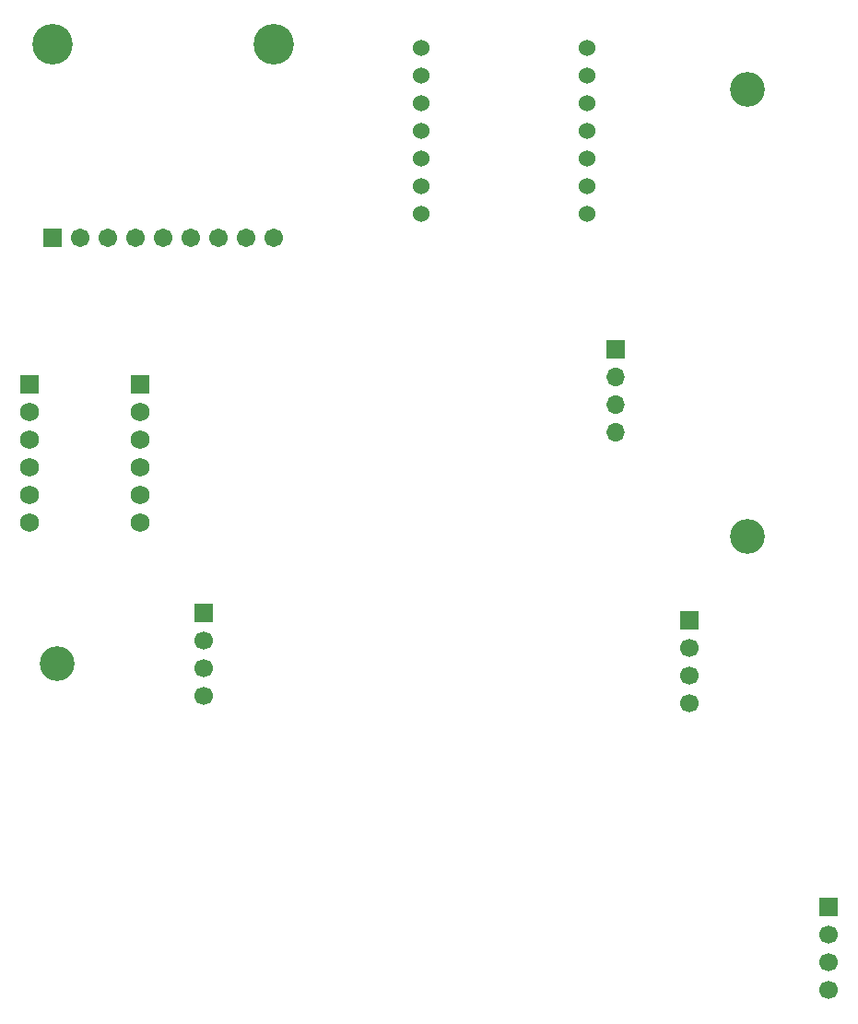
<source format=gbr>
%TF.GenerationSoftware,KiCad,Pcbnew,9.0.6*%
%TF.CreationDate,2025-12-15T19:17:09+00:00*%
%TF.ProjectId,VoltaPCB,566f6c74-6150-4434-922e-6b696361645f,rev?*%
%TF.SameCoordinates,Original*%
%TF.FileFunction,Soldermask,Bot*%
%TF.FilePolarity,Negative*%
%FSLAX46Y46*%
G04 Gerber Fmt 4.6, Leading zero omitted, Abs format (unit mm)*
G04 Created by KiCad (PCBNEW 9.0.6) date 2025-12-15 19:17:09*
%MOMM*%
%LPD*%
G01*
G04 APERTURE LIST*
G04 Aperture macros list*
%AMRoundRect*
0 Rectangle with rounded corners*
0 $1 Rounding radius*
0 $2 $3 $4 $5 $6 $7 $8 $9 X,Y pos of 4 corners*
0 Add a 4 corners polygon primitive as box body*
4,1,4,$2,$3,$4,$5,$6,$7,$8,$9,$2,$3,0*
0 Add four circle primitives for the rounded corners*
1,1,$1+$1,$2,$3*
1,1,$1+$1,$4,$5*
1,1,$1+$1,$6,$7*
1,1,$1+$1,$8,$9*
0 Add four rect primitives between the rounded corners*
20,1,$1+$1,$2,$3,$4,$5,0*
20,1,$1+$1,$4,$5,$6,$7,0*
20,1,$1+$1,$6,$7,$8,$9,0*
20,1,$1+$1,$8,$9,$2,$3,0*%
G04 Aperture macros list end*
%ADD10R,1.700000X1.700000*%
%ADD11C,1.700000*%
%ADD12C,3.200000*%
%ADD13C,1.524000*%
%ADD14O,1.700000X1.700000*%
%ADD15RoundRect,0.102000X-0.754000X-0.754000X0.754000X-0.754000X0.754000X0.754000X-0.754000X0.754000X0*%
%ADD16C,1.712000*%
%ADD17C,3.720000*%
%ADD18C,1.728000*%
%ADD19RoundRect,0.102000X-0.762000X-0.762000X0.762000X-0.762000X0.762000X0.762000X-0.762000X0.762000X0*%
G04 APERTURE END LIST*
D10*
%TO.C,J2*%
X174800000Y-111470000D03*
D11*
X174800000Y-114010000D03*
X174800000Y-116550000D03*
X174800000Y-119090000D03*
%TD*%
D10*
%TO.C,J5*%
X162010000Y-85080000D03*
D11*
X162010000Y-87620000D03*
X162010000Y-90160000D03*
X162010000Y-92700000D03*
%TD*%
D12*
%TO.C,REF\u002A\u002A*%
X103960000Y-89090000D03*
%TD*%
%TO.C,REF\u002A\u002A*%
X167370000Y-36310000D03*
%TD*%
D13*
%TO.C,U1*%
X137360000Y-32520000D03*
X137360000Y-35060000D03*
X137360000Y-37600000D03*
X137360000Y-40140000D03*
X137360000Y-42680000D03*
X137360000Y-45220000D03*
X137360000Y-47760000D03*
X152600000Y-47760000D03*
X152600000Y-45220000D03*
X152600000Y-42680000D03*
X152600000Y-40140000D03*
X152600000Y-37600000D03*
X152600000Y-35060000D03*
X152600000Y-32520000D03*
%TD*%
D12*
%TO.C,REF\u002A\u002A*%
X167400000Y-77350000D03*
%TD*%
D10*
%TO.C,J1*%
X155255000Y-60225000D03*
D14*
X155255000Y-62765000D03*
X155255000Y-65305000D03*
X155255000Y-67845000D03*
%TD*%
D15*
%TO.C,U3*%
X103547500Y-49990000D03*
D16*
X106087500Y-49990000D03*
X108627500Y-49990000D03*
X111167500Y-49990000D03*
X113707500Y-49990000D03*
X116247500Y-49990000D03*
X118787500Y-49990000D03*
X121327500Y-49990000D03*
X123867500Y-49990000D03*
D17*
X103547500Y-32210000D03*
X123867500Y-32210000D03*
%TD*%
D18*
%TO.C,U2*%
X111610000Y-71080000D03*
X101450000Y-71080000D03*
X111610000Y-68540000D03*
D19*
X111610000Y-63460000D03*
D18*
X111610000Y-66000000D03*
X111610000Y-73620000D03*
X111610000Y-76160000D03*
X101450000Y-68540000D03*
D19*
X101450000Y-63460000D03*
D18*
X101450000Y-66000000D03*
X101450000Y-73620000D03*
X101450000Y-76160000D03*
%TD*%
D10*
%TO.C,J3*%
X117440000Y-84390000D03*
D11*
X117440000Y-86930000D03*
X117440000Y-89470000D03*
X117440000Y-92010000D03*
%TD*%
M02*

</source>
